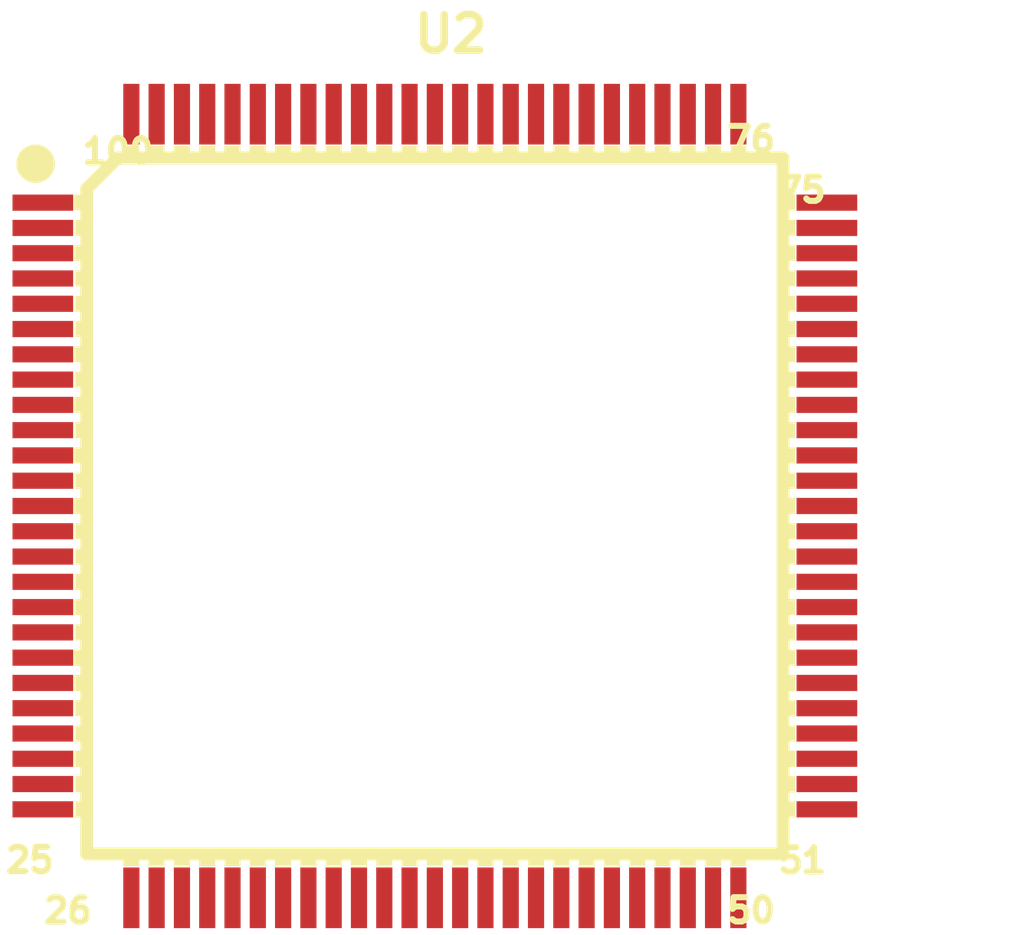
<source format=kicad_pcb>
(kicad_pcb (version 20221018) (generator pcbnew)
  (layers (0 "F.Cu" signal) (31 "B.Cu" signal) (34 "B.Paste" user) (35 "F.Paste" user) (36 "B.SilkS" user "B.Silkscreen") (37 "F.SilkS" user "F.Silkscreen") (38 "B.Mask" user) (39 "F.Mask" user) (44 "Edge.Cuts" user))
  (net 0 "")
  (footprint "LocalLibs:LQFP100-0.5-13.8X13.8MM" (layer "F.Cu") (at 65.91 62.58)
    (property "VALUE" "STM32F407VET6-LQFP100")
    (fp_text reference "U2" (at 0.317545 -9.335739) (layer "F.SilkS") (effects (font (size 0.700093 0.700093))))
    (fp_text value "MCU-STM32F407VET6_LQFP100_")
    (fp_text user "51" (at 7.26367 7.0132) (layer "F.SilkS") (effects (font (size 0.480905 0.480905))))
    (fp_text user "26" (at -7.25486 8.00537) (layer "F.SilkS") (effects (font (size 0.480322 0.480322))))
    (fp_text user "50" (at 6.25181 8.00231) (layer "F.SilkS") (effects (font (size 0.480139 0.480139))))
    (fp_text user "100" (at -6.26179 -7.01321) (layer "F.SilkS") (effects (font (size 0.480906 0.480906))))
    (fp_text user "75" (at 7.25132 -6.25113) (layer "F.SilkS") (effects (font (size 0.480087 0.480087))))
    (fp_text user "76" (at 6.25422 -7.2549) (layer "F.SilkS") (effects (font (size 0.480324 0.480324))))
    (fp_text user "25" (at -8.00719 7.00629) (layer "F.SilkS") (effects (font (size 0.480431 0.480431))))
    (fp_line (start -6.883 -6.274) (end -6.274 -6.883) (stroke (width 0.254)) (layer "F.SilkS"))
    (fp_line (start -6.883 6.883) (end -6.883 -6.274) (stroke (width 0.254)) (layer "F.SilkS"))
    (fp_line (start -6.274 -6.883) (end 6.883 -6.883) (stroke (width 0.254)) (layer "F.SilkS"))
    (fp_line (start 6.883 -6.883) (end 6.883 6.883) (stroke (width 0.254)) (layer "F.SilkS"))
    (fp_line (start 6.883 6.883) (end -6.883 6.883) (stroke (width 0.254)) (layer "F.SilkS"))
    (fp_circle (center -7.893 -6.77) (end -7.512 -6.77) (fill solid) (layer "F.SilkS"))
    (fp_poly (pts (xy -7.12915 2.8476) (xy -6.861 2.8476) (xy -6.861 3.15867) (xy -7.12915 3.15867)) (stroke (width 0.01)) (fill solid) (layer "F.SilkS"))
    (fp_poly (pts (xy -7.12856 -6.1524) (xy -6.861 -6.1524) (xy -6.861 -5.85875) (xy -7.12856 -5.85875)) (stroke (width 0.01)) (fill solid) (layer "F.SilkS"))
    (fp_poly (pts (xy -7.128 -1.1524) (xy -6.861 -1.1524) (xy -6.861 -0.849149) (xy -7.128 -0.849149)) (stroke (width 0.01)) (fill solid) (layer "F.SilkS"))
    (fp_poly (pts (xy -7.12726 -0.1524) (xy -6.861 -0.1524) (xy -6.861 0.152663) (xy -7.12726 0.152663)) (stroke (width 0.01)) (fill solid) (layer "F.SilkS"))
    (fp_poly (pts (xy -7.12636 -2.1524) (xy -6.861 -2.1524) (xy -6.861 -1.85055) (xy -7.12636 -1.85055)) (stroke (width 0.01)) (fill solid) (layer "F.SilkS"))
    (fp_poly (pts (xy -7.1256 -3.1524) (xy -6.861 -3.1524) (xy -6.861 -2.85184) (xy -7.1256 -2.85184)) (stroke (width 0.01)) (fill solid) (layer "F.SilkS"))
    (fp_poly (pts (xy -7.12531 -5.1524) (xy -6.861 -5.1524) (xy -6.861 -4.85462) (xy -7.12531 -4.85462)) (stroke (width 0.01)) (fill solid) (layer "F.SilkS"))
    (fp_poly (pts (xy -7.12492 3.3476) (xy -6.861 3.3476) (xy -6.861 3.65749) (xy -7.12492 3.65749)) (stroke (width 0.01)) (fill solid) (layer "F.SilkS"))
    (fp_poly (pts (xy -7.12443 4.8476) (xy -6.861 4.8476) (xy -6.861 5.15923) (xy -7.12443 5.15923)) (stroke (width 0.01)) (fill solid) (layer "F.SilkS"))
    (fp_poly (pts (xy -7.12416 1.8476) (xy -6.861 1.8476) (xy -6.861 2.15517) (xy -7.12416 2.15517)) (stroke (width 0.01)) (fill solid) (layer "F.SilkS"))
    (fp_poly (pts (xy -7.12097 -0.6524) (xy -6.861 -0.6524) (xy -6.861 -0.347892) (xy -7.12097 -0.347892)) (stroke (width 0.01)) (fill solid) (layer "F.SilkS"))
    (fp_poly (pts (xy -7.12012 0.3476) (xy -6.861 0.3476) (xy -6.861 0.65287) (xy -7.12012 0.65287)) (stroke (width 0.01)) (fill solid) (layer "F.SilkS"))
    (fp_poly (pts (xy -7.11927 1.3476) (xy -6.861 1.3476) (xy -6.861 1.65339) (xy -7.11927 1.65339)) (stroke (width 0.01)) (fill solid) (layer "F.SilkS"))
    (fp_poly (pts (xy -7.11926 -3.6524) (xy -6.861 -3.6524) (xy -6.861 -3.34961) (xy -7.11926 -3.34961)) (stroke (width 0.01)) (fill solid) (layer "F.SilkS"))
    (fp_poly (pts (xy -7.11919 5.8476) (xy -6.861 5.8476) (xy -6.861 6.15602) (xy -7.11919 6.15602)) (stroke (width 0.01)) (fill solid) (layer "F.SilkS"))
    (fp_poly (pts (xy -7.11836 -1.6524) (xy -6.861 -1.6524) (xy -6.861 -1.34824) (xy -7.11836 -1.34824)) (stroke (width 0.01)) (fill solid) (layer "F.SilkS"))
    (fp_poly (pts (xy -7.11813 -4.1524) (xy -6.861 -4.1524) (xy -6.861 -3.8493) (xy -7.11813 -3.8493)) (stroke (width 0.01)) (fill solid) (layer "F.SilkS"))
    (fp_poly (pts (xy -7.11799 4.3476) (xy -6.861 4.3476) (xy -6.861 4.65436) (xy -7.11799 4.65436)) (stroke (width 0.01)) (fill solid) (layer "F.SilkS"))
    (fp_poly (pts (xy -7.11752 -5.6524) (xy -6.861 -5.6524) (xy -6.861 -5.34949) (xy -7.11752 -5.34949)) (stroke (width 0.01)) (fill solid) (layer "F.SilkS"))
    (fp_poly (pts (xy -7.1173 0.8476) (xy -6.861 0.8476) (xy -6.861 1.15277) (xy -7.1173 1.15277)) (stroke (width 0.01)) (fill solid) (layer "F.SilkS"))
    (fp_poly (pts (xy -7.11676 2.3476) (xy -6.861 2.3476) (xy -6.861 2.65306) (xy -7.11676 2.65306)) (stroke (width 0.01)) (fill solid) (layer "F.SilkS"))
    (fp_poly (pts (xy -7.11655 5.3476) (xy -6.861 5.3476) (xy -6.861 5.65363) (xy -7.11655 5.65363)) (stroke (width 0.01)) (fill solid) (layer "F.SilkS"))
    (fp_poly (pts (xy -7.11633 -2.6524) (xy -6.861 -2.6524) (xy -6.861 -2.34804) (xy -7.11633 -2.34804)) (stroke (width 0.01)) (fill solid) (layer "F.SilkS"))
    (fp_poly (pts (xy -7.11626 3.8476) (xy -6.861 3.8476) (xy -6.861 4.15313) (xy -7.11626 4.15313)) (stroke (width 0.01)) (fill solid) (layer "F.SilkS"))
    (fp_poly (pts (xy -7.11582 -4.6524) (xy -6.861 -4.6524) (xy -6.861 -4.3481) (xy -7.11582 -4.3481)) (stroke (width 0.01)) (fill solid) (layer "F.SilkS"))
    (fp_poly (pts (xy -6.16219 -7.115) (xy -5.8476 -7.115) (xy -5.8476 -6.87192) (xy -6.16219 -6.87192)) (stroke (width 0.01)) (fill solid) (layer "F.SilkS"))
    (fp_poly (pts (xy -6.15585 6.861) (xy -5.8476 6.861) (xy -5.8476 7.11899) (xy -6.15585 7.11899)) (stroke (width 0.01)) (fill solid) (layer "F.SilkS"))
    (fp_poly (pts (xy -5.66325 -7.115) (xy -5.3476 -7.115) (xy -5.3476 -6.87417) (xy -5.66325 -6.87417)) (stroke (width 0.01)) (fill solid) (layer "F.SilkS"))
    (fp_poly (pts (xy -5.6599 6.861) (xy -5.3476 6.861) (xy -5.3476 7.12444) (xy -5.6599 7.12444)) (stroke (width 0.01)) (fill solid) (layer "F.SilkS"))
    (fp_poly (pts (xy -5.16045 -7.115) (xy -4.8476 -7.115) (xy -4.8476 -6.87172) (xy -5.16045 -6.87172)) (stroke (width 0.01)) (fill solid) (layer "F.SilkS"))
    (fp_poly (pts (xy -5.15929 6.861) (xy -4.8476 6.861) (xy -4.8476 7.12452) (xy -5.15929 7.12452)) (stroke (width 0.01)) (fill solid) (layer "F.SilkS"))
    (fp_poly (pts (xy -4.65384 6.861) (xy -4.3476 6.861) (xy -4.3476 7.1172) (xy -4.65384 7.1172)) (stroke (width 0.01)) (fill solid) (layer "F.SilkS"))
    (fp_poly (pts (xy -4.65372 -7.115) (xy -4.3476 -7.115) (xy -4.3476 -6.86295) (xy -4.65372 -6.86295)) (stroke (width 0.01)) (fill solid) (layer "F.SilkS"))
    (fp_poly (pts (xy -4.15785 -7.115) (xy -3.8476 -7.115) (xy -3.8476 -6.87) (xy -4.15785 -6.87)) (stroke (width 0.01)) (fill solid) (layer "F.SilkS"))
    (fp_poly (pts (xy -4.15268 6.861) (xy -3.8476 6.861) (xy -3.8476 7.11549) (xy -4.15268 7.11549)) (stroke (width 0.01)) (fill solid) (layer "F.SilkS"))
    (fp_poly (pts (xy -3.65558 6.861) (xy -3.3476 6.861) (xy -3.3476 7.1212) (xy -3.65558 7.1212)) (stroke (width 0.01)) (fill solid) (layer "F.SilkS"))
    (fp_poly (pts (xy -3.65399 -7.115) (xy -3.3476 -7.115) (xy -3.3476 -6.86399) (xy -3.65399 -6.86399)) (stroke (width 0.01)) (fill solid) (layer "F.SilkS"))
    (fp_poly (pts (xy -3.15633 6.861) (xy -2.8476 6.861) (xy -2.8476 7.12386) (xy -3.15633 7.12386)) (stroke (width 0.01)) (fill solid) (layer "F.SilkS"))
    (fp_poly (pts (xy -3.15266 -7.115) (xy -2.8476 -7.115) (xy -2.8476 -6.86156) (xy -3.15266 -6.86156)) (stroke (width 0.01)) (fill solid) (layer "F.SilkS"))
    (fp_poly (pts (xy -2.6557 6.861) (xy -2.3476 6.861) (xy -2.3476 7.12386) (xy -2.6557 7.12386)) (stroke (width 0.01)) (fill solid) (layer "F.SilkS"))
    (fp_poly (pts (xy -2.65364 -7.115) (xy -2.3476 -7.115) (xy -2.3476 -6.8642) (xy -2.65364 -6.8642)) (stroke (width 0.01)) (fill solid) (layer "F.SilkS"))
    (fp_poly (pts (xy -2.15601 6.861) (xy -1.8476 6.861) (xy -1.8476 7.12693) (xy -2.15601 7.12693)) (stroke (width 0.01)) (fill solid) (layer "F.SilkS"))
    (fp_poly (pts (xy -2.15549 -7.115) (xy -1.8476 -7.115) (xy -1.8476 -6.87085) (xy -2.15549 -6.87085)) (stroke (width 0.01)) (fill solid) (layer "F.SilkS"))
    (fp_poly (pts (xy -1.65495 6.861) (xy -1.3476 6.861) (xy -1.3476 7.12599) (xy -1.65495 7.12599)) (stroke (width 0.01)) (fill solid) (layer "F.SilkS"))
    (fp_poly (pts (xy -1.65326 -7.115) (xy -1.3476 -7.115) (xy -1.3476 -6.86458) (xy -1.65326 -6.86458)) (stroke (width 0.01)) (fill solid) (layer "F.SilkS"))
    (fp_poly (pts (xy -1.15467 -7.115) (xy -0.8476 -7.115) (xy -0.8476 -6.87449) (xy -1.15467 -6.87449)) (stroke (width 0.01)) (fill solid) (layer "F.SilkS"))
    (fp_poly (pts (xy -1.15358 6.861) (xy -0.8476 6.861) (xy -0.8476 7.12231) (xy -1.15358 7.12231)) (stroke (width 0.01)) (fill solid) (layer "F.SilkS"))
    (fp_poly (pts (xy -0.652659 -7.115) (xy -0.3476 -7.115) (xy -0.3476 -6.86373) (xy -0.652659 -6.86373)) (stroke (width 0.01)) (fill solid) (layer "F.SilkS"))
    (fp_poly (pts (xy -0.652562 6.861) (xy -0.3476 6.861) (xy -0.3476 7.11677) (xy -0.652562 7.11677)) (stroke (width 0.01)) (fill solid) (layer "F.SilkS"))
    (fp_poly (pts (xy -0.152667 -7.115) (xy 0.1524 -7.115) (xy 0.1524 -6.87301) (xy -0.152667 -6.87301)) (stroke (width 0.01)) (fill solid) (layer "F.SilkS"))
    (fp_poly (pts (xy -0.152557 6.861) (xy 0.1524 6.861) (xy 0.1524 7.12231) (xy -0.152557 7.12231)) (stroke (width 0.01)) (fill solid) (layer "F.SilkS"))
    (fp_poly (pts (xy 0.348006 6.861) (xy 0.6524 6.861) (xy 0.6524 7.12331) (xy 0.348006 7.12331)) (stroke (width 0.01)) (fill solid) (layer "F.SilkS"))
    (fp_poly (pts (xy 0.348274 -7.115) (xy 0.6524 -7.115) (xy 0.6524 -6.8743) (xy 0.348274 -6.8743)) (stroke (width 0.01)) (fill solid) (layer "F.SilkS"))
    (fp_poly (pts (xy 0.847777 6.861) (xy 1.1524 6.861) (xy 1.1524 7.11648) (xy 0.847777 7.11648)) (stroke (width 0.01)) (fill solid) (layer "F.SilkS"))
    (fp_poly (pts (xy 0.847957 -7.115) (xy 1.1524 -7.115) (xy 1.1524 -6.86389) (xy 0.847957 -6.86389)) (stroke (width 0.01)) (fill solid) (layer "F.SilkS"))
    (fp_poly (pts (xy 1.34776 -7.115) (xy 1.6524 -7.115) (xy 1.6524 -6.8618) (xy 1.34776 -6.8618)) (stroke (width 0.01)) (fill solid) (layer "F.SilkS"))
    (fp_poly (pts (xy 1.34888 6.861) (xy 1.6524 6.861) (xy 1.6524 7.12174) (xy 1.34888 7.12174)) (stroke (width 0.01)) (fill solid) (layer "F.SilkS"))
    (fp_poly (pts (xy 1.84827 -7.115) (xy 2.1524 -7.115) (xy 2.1524 -6.86348) (xy 1.84827 -6.86348)) (stroke (width 0.01)) (fill solid) (layer "F.SilkS"))
    (fp_poly (pts (xy 1.85109 6.861) (xy 2.1524 6.861) (xy 2.1524 7.12842) (xy 1.85109 7.12842)) (stroke (width 0.01)) (fill solid) (layer "F.SilkS"))
    (fp_poly (pts (xy 2.34914 -7.115) (xy 2.6524 -7.115) (xy 2.6524 -6.8655) (xy 2.34914 -6.8655)) (stroke (width 0.01)) (fill solid) (layer "F.SilkS"))
    (fp_poly (pts (xy 2.35045 6.861) (xy 2.6524 6.861) (xy 2.6524 7.12363) (xy 2.35045 7.12363)) (stroke (width 0.01)) (fill solid) (layer "F.SilkS"))
    (fp_poly (pts (xy 2.84994 -7.115) (xy 3.1524 -7.115) (xy 3.1524 -6.86663) (xy 2.84994 -6.86663)) (stroke (width 0.01)) (fill solid) (layer "F.SilkS"))
    (fp_poly (pts (xy 2.85239 6.861) (xy 3.1524 6.861) (xy 3.1524 7.12697) (xy 2.85239 7.12697)) (stroke (width 0.01)) (fill solid) (layer "F.SilkS"))
    (fp_poly (pts (xy 3.34836 -7.115) (xy 3.6524 -7.115) (xy 3.6524 -6.86255) (xy 3.34836 -6.86255)) (stroke (width 0.01)) (fill solid) (layer "F.SilkS"))
    (fp_poly (pts (xy 3.35154 6.861) (xy 3.6524 6.861) (xy 3.6524 7.12336) (xy 3.35154 7.12336)) (stroke (width 0.01)) (fill solid) (layer "F.SilkS"))
    (fp_poly (pts (xy 3.85173 6.861) (xy 4.1524 6.861) (xy 4.1524 7.12263) (xy 3.85173 7.12263)) (stroke (width 0.01)) (fill solid) (layer "F.SilkS"))
    (fp_poly (pts (xy 3.8522 -7.115) (xy 4.1524 -7.115) (xy 4.1524 -6.8692) (xy 3.8522 -6.8692)) (stroke (width 0.01)) (fill solid) (layer "F.SilkS"))
    (fp_poly (pts (xy 4.3477 6.861) (xy 4.6524 6.861) (xy 4.6524 7.11516) (xy 4.3477 7.11516)) (stroke (width 0.01)) (fill solid) (layer "F.SilkS"))
    (fp_poly (pts (xy 4.35381 -7.115) (xy 4.6524 -7.115) (xy 4.6524 -6.8708) (xy 4.35381 -6.8708)) (stroke (width 0.01)) (fill solid) (layer "F.SilkS"))
    (fp_poly (pts (xy 4.85273 6.861) (xy 5.1524 6.861) (xy 5.1524 7.12253) (xy 4.85273 7.12253)) (stroke (width 0.01)) (fill solid) (layer "F.SilkS"))
    (fp_poly (pts (xy 4.85609 -7.115) (xy 5.1524 -7.115) (xy 5.1524 -6.87302) (xy 4.85609 -6.87302)) (stroke (width 0.01)) (fill solid) (layer "F.SilkS"))
    (fp_poly (pts (xy 5.35138 6.861) (xy 5.6524 6.861) (xy 5.6524 7.12003) (xy 5.35138 7.12003)) (stroke (width 0.01)) (fill solid) (layer "F.SilkS"))
    (fp_poly (pts (xy 5.35623 -7.115) (xy 5.6524 -7.115) (xy 5.6524 -6.87207) (xy 5.35623 -6.87207)) (stroke (width 0.01)) (fill solid) (layer "F.SilkS"))
    (fp_poly (pts (xy 5.84784 6.861) (xy 6.1524 6.861) (xy 6.1524 7.1153) (xy 5.84784 7.1153)) (stroke (width 0.01)) (fill solid) (layer "F.SilkS"))
    (fp_poly (pts (xy 5.85922 -7.115) (xy 6.1524 -7.115) (xy 6.1524 -6.87463) (xy 5.85922 -6.87463)) (stroke (width 0.01)) (fill solid) (layer "F.SilkS"))
    (fp_poly (pts (xy 6.8611 -2.1524) (xy 7.115 -2.1524) (xy 7.115 -1.84763) (xy 6.8611 -1.84763)) (stroke (width 0.01)) (fill solid) (layer "F.SilkS"))
    (fp_poly (pts (xy 6.86202 1.3476) (xy 7.115 1.3476) (xy 7.115 1.65265) (xy 6.86202 1.65265)) (stroke (width 0.01)) (fill solid) (layer "F.SilkS"))
    (fp_poly (pts (xy 6.86306 2.8476) (xy 7.115 2.8476) (xy 7.115 3.15335) (xy 6.86306 3.15335)) (stroke (width 0.01)) (fill solid) (layer "F.SilkS"))
    (fp_poly (pts (xy 6.86399 -6.1524) (xy 7.115 -6.1524) (xy 7.115 -5.85015) (xy 6.86399 -5.85015)) (stroke (width 0.01)) (fill solid) (layer "F.SilkS"))
    (fp_poly (pts (xy 6.86462 -0.6524) (xy 7.115 -0.6524) (xy 7.115 -0.347784) (xy 6.86462 -0.347784)) (stroke (width 0.01)) (fill solid) (layer "F.SilkS"))
    (fp_poly (pts (xy 6.86538 2.3476) (xy 7.115 2.3476) (xy 7.115 2.65409) (xy 6.86538 2.65409)) (stroke (width 0.01)) (fill solid) (layer "F.SilkS"))
    (fp_poly (pts (xy 6.86545 -5.6524) (xy 7.115 -5.6524) (xy 7.115 -5.35107) (xy 6.86545 -5.35107)) (stroke (width 0.01)) (fill solid) (layer "F.SilkS"))
    (fp_poly (pts (xy 6.866 4.3476) (xy 7.115 4.3476) (xy 7.115 4.65579) (xy 6.866 4.65579)) (stroke (width 0.01)) (fill solid) (layer "F.SilkS"))
    (fp_poly (pts (xy 6.86606 -3.1524) (xy 7.115 -3.1524) (xy 7.115 -2.8497) (xy 6.86606 -2.8497)) (stroke (width 0.01)) (fill solid) (layer "F.SilkS"))
    (fp_poly (pts (xy 6.86613 5.8476) (xy 7.115 5.8476) (xy 7.115 6.157) (xy 6.86613 6.157)) (stroke (width 0.01)) (fill solid) (layer "F.SilkS"))
    (fp_poly (pts (xy 6.86654 4.8476) (xy 7.115 4.8476) (xy 7.115 5.15656) (xy 6.86654 5.15656)) (stroke (width 0.01)) (fill solid) (layer "F.SilkS"))
    (fp_poly (pts (xy 6.86687 0.8476) (xy 7.115 0.8476) (xy 7.115 1.15339) (xy 6.86687 1.15339)) (stroke (width 0.01)) (fill solid) (layer "F.SilkS"))
    (fp_poly (pts (xy 6.8673 1.8476) (xy 7.115 1.8476) (xy 7.115 2.15438) (xy 6.8673 2.15438)) (stroke (width 0.01)) (fill solid) (layer "F.SilkS"))
    (fp_poly (pts (xy 6.86757 -5.1524) (xy 7.115 -5.1524) (xy 7.115 -4.85224) (xy 6.86757 -4.85224)) (stroke (width 0.01)) (fill solid) (layer "F.SilkS"))
    (fp_poly (pts (xy 6.86806 -1.6524) (xy 7.115 -1.6524) (xy 7.115 -1.34899) (xy 6.86806 -1.34899)) (stroke (width 0.01)) (fill solid) (layer "F.SilkS"))
    (fp_poly (pts (xy 6.86816 -1.1524) (xy 7.115 -1.1524) (xy 7.115 -0.848485) (xy 6.86816 -0.848485)) (stroke (width 0.01)) (fill solid) (layer "F.SilkS"))
    (fp_poly (pts (xy 6.86826 -4.1524) (xy 7.115 -4.1524) (xy 7.115 -3.85167) (xy 6.86826 -3.85167)) (stroke (width 0.01)) (fill solid) (layer "F.SilkS"))
    (fp_poly (pts (xy 6.86829 -2.6524) (xy 7.115 -2.6524) (xy 7.115 -2.35009) (xy 6.86829 -2.35009)) (stroke (width 0.01)) (fill solid) (layer "F.SilkS"))
    (fp_poly (pts (xy 6.869 -4.6524) (xy 7.115 -4.6524) (xy 7.115 -4.35267) (xy 6.869 -4.35267)) (stroke (width 0.01)) (fill solid) (layer "F.SilkS"))
    (fp_poly (pts (xy 6.86961 0.3476) (xy 7.115 0.3476) (xy 7.115 0.653219) (xy 6.86961 0.653219)) (stroke (width 0.01)) (fill solid) (layer "F.SilkS"))
    (fp_poly (pts (xy 6.87084 -0.1524) (xy 7.115 -0.1524) (xy 7.115 0.152619) (xy 6.87084 0.152619)) (stroke (width 0.01)) (fill solid) (layer "F.SilkS"))
    (fp_poly (pts (xy 6.87134 3.3476) (xy 7.115 3.3476) (xy 7.115 3.6579) (xy 6.87134 3.6579)) (stroke (width 0.01)) (fill solid) (layer "F.SilkS"))
    (fp_poly (pts (xy 6.8718 -3.6524) (xy 7.115 -3.6524) (xy 7.115 -3.35287) (xy 6.8718 -3.35287)) (stroke (width 0.01)) (fill solid) (layer "F.SilkS"))
    (fp_poly (pts (xy 6.87209 3.8476) (xy 7.115 3.8476) (xy 7.115 4.15911) (xy 6.87209 4.15911)) (stroke (width 0.01)) (fill solid) (layer "F.SilkS"))
    (fp_poly (pts (xy 6.8741 5.3476) (xy 7.115 5.3476) (xy 7.115 5.66319) (xy 6.8741 5.66319)) (stroke (width 0.01)) (fill solid) (layer "F.SilkS"))
    (pad "1" smd rect (at -7.75 -6) (size 1.2 0.32) (layers "F.Cu" "F.Paste" "F.Mask"))
    (pad "2" smd rect (at -7.75 -5.5) (size 1.2 0.32) (layers "F.Cu" "F.Paste" "F.Mask"))
    (pad "3" smd rect (at -7.75 -5) (size 1.2 0.32) (layers "F.Cu" "F.Paste" "F.Mask"))
    (pad "4" smd rect (at -7.75 -4.5) (size 1.2 0.32) (layers "F.Cu" "F.Paste" "F.Mask"))
    (pad "5" smd rect (at -7.75 -4) (size 1.2 0.32) (layers "F.Cu" "F.Paste" "F.Mask"))
    (pad "6" smd rect (at -7.75 -3.5) (size 1.2 0.32) (layers "F.Cu" "F.Paste" "F.Mask"))
    (pad "7" smd rect (at -7.75 -3) (size 1.2 0.32) (layers "F.Cu" "F.Paste" "F.Mask"))
    (pad "8" smd rect (at -7.75 -2.5) (size 1.2 0.32) (layers "F.Cu" "F.Paste" "F.Mask"))
    (pad "9" smd rect (at -7.75 -2) (size 1.2 0.32) (layers "F.Cu" "F.Paste" "F.Mask"))
    (pad "10" smd rect (at -7.75 -1.5) (size 1.2 0.32) (layers "F.Cu" "F.Paste" "F.Mask"))
    (pad "11" smd rect (at -7.75 -1) (size 1.2 0.32) (layers "F.Cu" "F.Paste" "F.Mask"))
    (pad "12" smd rect (at -7.75 -0.5) (size 1.2 0.32) (layers "F.Cu" "F.Paste" "F.Mask"))
    (pad "13" smd rect (at -7.75 0) (size 1.2 0.32) (layers "F.Cu" "F.Paste" "F.Mask"))
    (pad "14" smd rect (at -7.75 0.5) (size 1.2 0.32) (layers "F.Cu" "F.Paste" "F.Mask"))
    (pad "15" smd rect (at -7.75 1) (size 1.2 0.32) (layers "F.Cu" "F.Paste" "F.Mask"))
    (pad "16" smd rect (at -7.75 1.5) (size 1.2 0.32) (layers "F.Cu" "F.Paste" "F.Mask"))
    (pad "17" smd rect (at -7.75 2) (size 1.2 0.32) (layers "F.Cu" "F.Paste" "F.Mask"))
    (pad "18" smd rect (at -7.75 2.5) (size 1.2 0.32) (layers "F.Cu" "F.Paste" "F.Mask"))
    (pad "19" smd rect (at -7.75 3) (size 1.2 0.32) (layers "F.Cu" "F.Paste" "F.Mask"))
    (pad "20" smd rect (at -7.75 3.5) (size 1.2 0.32) (layers "F.Cu" "F.Paste" "F.Mask"))
    (pad "21" smd rect (at -7.75 4) (size 1.2 0.32) (layers "F.Cu" "F.Paste" "F.Mask"))
    (pad "22" smd rect (at -7.75 4.5) (size 1.2 0.32) (layers "F.Cu" "F.Paste" "F.Mask"))
    (pad "23" smd rect (at -7.75 5) (size 1.2 0.32) (layers "F.Cu" "F.Paste" "F.Mask"))
    (pad "24" smd rect (at -7.75 5.5) (size 1.2 0.32) (layers "F.Cu" "F.Paste" "F.Mask"))
    (pad "25" smd rect (at -7.75 6) (size 1.2 0.32) (layers "F.Cu" "F.Paste" "F.Mask"))
    (pad "26" smd rect (at -6 7.75) (size 0.32 1.2) (layers "F.Cu" "F.Paste" "F.Mask"))
    (pad "27" smd rect (at -5.5 7.75) (size 0.32 1.2) (layers "F.Cu" "F.Paste" "F.Mask"))
    (pad "28" smd rect (at -5 7.75) (size 0.32 1.2) (layers "F.Cu" "F.Paste" "F.Mask"))
    (pad "29" smd rect (at -4.5 7.75) (size 0.32 1.2) (layers "F.Cu" "F.Paste" "F.Mask"))
    (pad "30" smd rect (at -4 7.75) (size 0.32 1.2) (layers "F.Cu" "F.Paste" "F.Mask"))
    (pad "31" smd rect (at -3.5 7.75) (size 0.32 1.2) (layers "F.Cu" "F.Paste" "F.Mask"))
    (pad "32" smd rect (at -3 7.75) (size 0.32 1.2) (layers "F.Cu" "F.Paste" "F.Mask"))
    (pad "33" smd rect (at -2.5 7.75) (size 0.32 1.2) (layers "F.Cu" "F.Paste" "F.Mask"))
    (pad "34" smd rect (at -2 7.75) (size 0.32 1.2) (layers "F.Cu" "F.Paste" "F.Mask"))
    (pad "35" smd rect (at -1.5 7.75) (size 0.32 1.2) (layers "F.Cu" "F.Paste" "F.Mask"))
    (pad "36" smd rect (at -1 7.75) (size 0.32 1.2) (layers "F.Cu" "F.Paste" "F.Mask"))
    (pad "37" smd rect (at -0.5 7.75) (size 0.32 1.2) (layers "F.Cu" "F.Paste" "F.Mask"))
    (pad "38" smd rect (at 0 7.75) (size 0.32 1.2) (layers "F.Cu" "F.Paste" "F.Mask"))
    (pad "39" smd rect (at 0.5 7.75) (size 0.32 1.2) (layers "F.Cu" "F.Paste" "F.Mask"))
    (pad "40" smd rect (at 1 7.75) (size 0.32 1.2) (layers "F.Cu" "F.Paste" "F.Mask"))
    (pad "41" smd rect (at 1.5 7.75) (size 0.32 1.2) (layers "F.Cu" "F.Paste" "F.Mask"))
    (pad "42" smd rect (at 2 7.75) (size 0.32 1.2) (layers "F.Cu" "F.Paste" "F.Mask"))
    (pad "43" smd rect (at 2.5 7.75) (size 0.32 1.2) (layers "F.Cu" "F.Paste" "F.Mask"))
    (pad "44" smd rect (at 3 7.75) (size 0.32 1.2) (layers "F.Cu" "F.Paste" "F.Mask"))
    (pad "45" smd rect (at 3.5 7.75) (size 0.32 1.2) (layers "F.Cu" "F.Paste" "F.Mask"))
    (pad "46" smd rect (at 4 7.75) (size 0.32 1.2) (layers "F.Cu" "F.Paste" "F.Mask"))
    (pad "47" smd rect (at 4.5 7.75) (size 0.32 1.2) (layers "F.Cu" "F.Paste" "F.Mask"))
    (pad "48" smd rect (at 5 7.75) (size 0.32 1.2) (layers "F.Cu" "F.Paste" "F.Mask"))
    (pad "49" smd rect (at 5.5 7.75) (size 0.32 1.2) (layers "F.Cu" "F.Paste" "F.Mask"))
    (pad "50" smd rect (at 6 7.75) (size 0.32 1.2) (layers "F.Cu" "F.Paste" "F.Mask"))
    (pad "51" smd rect (at 7.75 6) (size 1.2 0.32) (layers "F.Cu" "F.Paste" "F.Mask"))
    (pad "52" smd rect (at 7.75 5.5) (size 1.2 0.32) (layers "F.Cu" "F.Paste" "F.Mask"))
    (pad "53" smd rect (at 7.75 5) (size 1.2 0.32) (layers "F.Cu" "F.Paste" "F.Mask"))
    (pad "54" smd rect (at 7.75 4.5) (size 1.2 0.32) (layers "F.Cu" "F.Paste" "F.Mask"))
    (pad "55" smd rect (at 7.75 4) (size 1.2 0.32) (layers "F.Cu" "F.Paste" "F.Mask"))
    (pad "56" smd rect (at 7.75 3.5) (size 1.2 0.32) (layers "F.Cu" "F.Paste" "F.Mask"))
    (pad "57" smd rect (at 7.75 3) (size 1.2 0.32) (layers "F.Cu" "F.Paste" "F.Mask"))
    (pad "58" smd rect (at 7.75 2.5) (size 1.2 0.32) (layers "F.Cu" "F.Paste" "F.Mask"))
    (pad "59" smd rect (at 7.75 2) (size 1.2 0.32) (layers "F.Cu" "F.Paste" "F.Mask"))
    (pad "60" smd rect (at 7.75 1.5) (size 1.2 0.32) (layers "F.Cu" "F.Paste" "F.Mask"))
    (pad "61" smd rect (at 7.75 1) (size 1.2 0.32) (layers "F.Cu" "F.Paste" "F.Mask"))
    (pad "62" smd rect (at 7.75 0.5) (size 1.2 0.32) (layers "F.Cu" "F.Paste" "F.Mask"))
    (pad "63" smd rect (at 7.75 0) (size 1.2 0.32) (layers "F.Cu" "F.Paste" "F.Mask"))
    (pad "64" smd rect (at 7.75 -0.5) (size 1.2 0.32) (layers "F.Cu" "F.Paste" "F.Mask"))
    (pad "65" smd rect (at 7.75 -1) (size 1.2 0.32) (layers "F.Cu" "F.Paste" "F.Mask"))
    (pad "66" smd rect (at 7.75 -1.5) (size 1.2 0.32) (layers "F.Cu" "F.Paste" "F.Mask"))
    (pad "67" smd rect (at 7.75 -2) (size 1.2 0.32) (layers "F.Cu" "F.Paste" "F.Mask"))
    (pad "68" smd rect (at 7.75 -2.5) (size 1.2 0.32) (layers "F.Cu" "F.Paste" "F.Mask"))
    (pad "69" smd rect (at 7.75 -3) (size 1.2 0.32) (layers "F.Cu" "F.Paste" "F.Mask"))
    (pad "70" smd rect (at 7.75 -3.5) (size 1.2 0.32) (layers "F.Cu" "F.Paste" "F.Mask"))
    (pad "71" smd rect (at 7.75 -4) (size 1.2 0.32) (layers "F.Cu" "F.Paste" "F.Mask"))
    (pad "72" smd rect (at 7.75 -4.5) (size 1.2 0.32) (layers "F.Cu" "F.Paste" "F.Mask"))
    (pad "73" smd rect (at 7.75 -5) (size 1.2 0.32) (layers "F.Cu" "F.Paste" "F.Mask"))
    (pad "74" smd rect (at 7.75 -5.5) (size 1.2 0.32) (layers "F.Cu" "F.Paste" "F.Mask"))
    (pad "75" smd rect (at 7.75 -6) (size 1.2 0.32) (layers "F.Cu" "F.Paste" "F.Mask"))
    (pad "76" smd rect (at 6 -7.75) (size 0.32 1.2) (layers "F.Cu" "F.Paste" "F.Mask"))
    (pad "77" smd rect (at 5.5 -7.75) (size 0.32 1.2) (layers "F.Cu" "F.Paste" "F.Mask"))
    (pad "78" smd rect (at 5 -7.75) (size 0.32 1.2) (layers "F.Cu" "F.Paste" "F.Mask"))
    (pad "79" smd rect (at 4.5 -7.75) (size 0.32 1.2) (layers "F.Cu" "F.Paste" "F.Mask"))
    (pad "80" smd rect (at 4 -7.75) (size 0.32 1.2) (layers "F.Cu" "F.Paste" "F.Mask"))
    (pad "81" smd rect (at 3.5 -7.75) (size 0.32 1.2) (layers "F.Cu" "F.Paste" "F.Mask"))
    (pad "82" smd rect (at 3 -7.75) (size 0.32 1.2) (layers "F.Cu" "F.Paste" "F.Mask"))
    (pad "83" smd rect (at 2.5 -7.75) (size 0.32 1.2) (layers "F.Cu" "F.Paste" "F.Mask"))
    (pad "84" smd rect (at 2 -7.75) (size 0.32 1.2) (layers "F.Cu" "F.Paste" "F.Mask"))
    (pad "85" smd rect (at 1.5 -7.75) (size 0.32 1.2) (layers "F.Cu" "F.Paste" "F.Mask"))
    (pad "86" smd rect (at 1 -7.75) (size 0.32 1.2) (layers "F.Cu" "F.Paste" "F.Mask"))
    (pad "87" smd rect (at 0.5 -7.75) (size 0.32 1.2) (layers "F.Cu" "F.Paste" "F.Mask"))
    (pad "88" smd rect (at 0 -7.75) (size 0.32 1.2) (layers "F.Cu" "F.Paste" "F.Mask"))
    (pad "89" smd rect (at -0.5 -7.75) (size 0.32 1.2) (layers "F.Cu" "F.Paste" "F.Mask"))
    (pad "90" smd rect (at -1 -7.75) (size 0.32 1.2) (layers "F.Cu" "F.Paste" "F.Mask"))
    (pad "91" smd rect (at -1.5 -7.75) (size 0.32 1.2) (layers "F.Cu" "F.Paste" "F.Mask"))
    (pad "92" smd rect (at -2 -7.75) (size 0.32 1.2) (layers "F.Cu" "F.Paste" "F.Mask"))
    (pad "93" smd rect (at -2.5 -7.75) (size 0.32 1.2) (layers "F.Cu" "F.Paste" "F.Mask"))
    (pad "94" smd rect (at -3 -7.75) (size 0.32 1.2) (layers "F.Cu" "F.Paste" "F.Mask"))
    (pad "95" smd rect (at -3.5 -7.75) (size 0.32 1.2) (layers "F.Cu" "F.Paste" "F.Mask"))
    (pad "96" smd rect (at -4 -7.75) (size 0.32 1.2) (layers "F.Cu" "F.Paste" "F.Mask"))
    (pad "97" smd rect (at -4.5 -7.75) (size 0.32 1.2) (layers "F.Cu" "F.Paste" "F.Mask"))
    (pad "98" smd rect (at -5 -7.75) (size 0.32 1.2) (layers "F.Cu" "F.Paste" "F.Mask"))
    (pad "99" smd rect (at -5.5 -7.75) (size 0.32 1.2) (layers "F.Cu" "F.Paste" "F.Mask"))
    (pad "100" smd rect (at -6 -7.75) (size 0.32 1.2) (layers "F.Cu" "F.Paste" "F.Mask"))
  )
)
</source>
